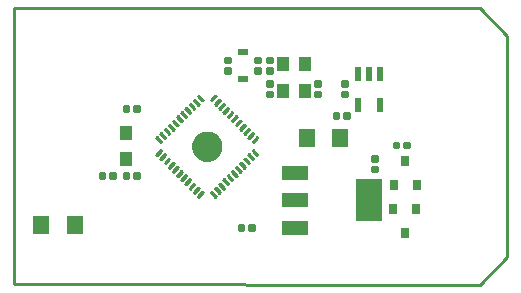
<source format=gbp>
G75*
G70*
%OFA0B0*%
%FSLAX24Y24*%
%IPPOS*%
%LPD*%
%AMOC8*
5,1,8,0,0,1.08239X$1,22.5*
%
%ADD10C,0.0100*%
%ADD11C,0.0125*%
%ADD12R,0.0394X0.0472*%
%ADD13R,0.0217X0.0472*%
%ADD14R,0.0310X0.0350*%
%ADD15R,0.0551X0.0630*%
%ADD16R,0.0413X0.0512*%
%ADD17C,0.0500*%
%ADD18C,0.0087*%
%ADD19R,0.0880X0.0480*%
%ADD20R,0.0866X0.1417*%
%ADD21R,0.0327X0.0248*%
D10*
X001820Y001850D02*
X017340Y001840D01*
X018270Y002770D01*
X018270Y010130D01*
X017350Y011050D01*
X001820Y011050D01*
X001820Y001850D01*
D11*
X004712Y005387D02*
X004838Y005387D01*
X004712Y005387D02*
X004712Y005513D01*
X004838Y005513D01*
X004838Y005387D01*
X004838Y005511D02*
X004712Y005511D01*
X005062Y005387D02*
X005188Y005387D01*
X005062Y005387D02*
X005062Y005513D01*
X005188Y005513D01*
X005188Y005387D01*
X005188Y005511D02*
X005062Y005511D01*
X005512Y005513D02*
X005638Y005513D01*
X005638Y005387D01*
X005512Y005387D01*
X005512Y005513D01*
X005512Y005511D02*
X005638Y005511D01*
X005862Y005513D02*
X005988Y005513D01*
X005988Y005387D01*
X005862Y005387D01*
X005862Y005513D01*
X005862Y005511D02*
X005988Y005511D01*
X005988Y007743D02*
X005862Y007743D01*
X005988Y007743D02*
X005988Y007617D01*
X005862Y007617D01*
X005862Y007743D01*
X005862Y007741D02*
X005988Y007741D01*
X005638Y007743D02*
X005512Y007743D01*
X005638Y007743D02*
X005638Y007617D01*
X005512Y007617D01*
X005512Y007743D01*
X005512Y007741D02*
X005638Y007741D01*
X009013Y008892D02*
X009013Y009018D01*
X009013Y008892D02*
X008887Y008892D01*
X008887Y009018D01*
X009013Y009018D01*
X009013Y009016D02*
X008887Y009016D01*
X009013Y009242D02*
X009013Y009368D01*
X009013Y009242D02*
X008887Y009242D01*
X008887Y009368D01*
X009013Y009368D01*
X009013Y009366D02*
X008887Y009366D01*
X010013Y009368D02*
X010013Y009242D01*
X009887Y009242D01*
X009887Y009368D01*
X010013Y009368D01*
X010013Y009366D02*
X009887Y009366D01*
X010413Y009368D02*
X010413Y009242D01*
X010287Y009242D01*
X010287Y009368D01*
X010413Y009368D01*
X010413Y009366D02*
X010287Y009366D01*
X010413Y009018D02*
X010413Y008892D01*
X010287Y008892D01*
X010287Y009018D01*
X010413Y009018D01*
X010413Y009016D02*
X010287Y009016D01*
X010013Y009018D02*
X010013Y008892D01*
X009887Y008892D01*
X009887Y009018D01*
X010013Y009018D01*
X010013Y009016D02*
X009887Y009016D01*
X010287Y008588D02*
X010287Y008462D01*
X010287Y008588D02*
X010413Y008588D01*
X010413Y008462D01*
X010287Y008462D01*
X010287Y008586D02*
X010413Y008586D01*
X010287Y008238D02*
X010287Y008112D01*
X010287Y008238D02*
X010413Y008238D01*
X010413Y008112D01*
X010287Y008112D01*
X010287Y008236D02*
X010413Y008236D01*
X012013Y008238D02*
X012013Y008112D01*
X011887Y008112D01*
X011887Y008238D01*
X012013Y008238D01*
X012013Y008236D02*
X011887Y008236D01*
X012013Y008462D02*
X012013Y008588D01*
X012013Y008462D02*
X011887Y008462D01*
X011887Y008588D01*
X012013Y008588D01*
X012013Y008586D02*
X011887Y008586D01*
X012913Y008588D02*
X012913Y008462D01*
X012787Y008462D01*
X012787Y008588D01*
X012913Y008588D01*
X012913Y008586D02*
X012787Y008586D01*
X012913Y008238D02*
X012913Y008112D01*
X012787Y008112D01*
X012787Y008238D01*
X012913Y008238D01*
X012913Y008236D02*
X012787Y008236D01*
X012862Y007513D02*
X012988Y007513D01*
X012988Y007387D01*
X012862Y007387D01*
X012862Y007513D01*
X012862Y007511D02*
X012988Y007511D01*
X012638Y007513D02*
X012512Y007513D01*
X012638Y007513D02*
X012638Y007387D01*
X012512Y007387D01*
X012512Y007513D01*
X012512Y007511D02*
X012638Y007511D01*
X014512Y006407D02*
X014638Y006407D01*
X014512Y006407D02*
X014512Y006533D01*
X014638Y006533D01*
X014638Y006407D01*
X014638Y006531D02*
X014512Y006531D01*
X014862Y006407D02*
X014988Y006407D01*
X014862Y006407D02*
X014862Y006533D01*
X014988Y006533D01*
X014988Y006407D01*
X014988Y006531D02*
X014862Y006531D01*
X013913Y006088D02*
X013913Y005962D01*
X013787Y005962D01*
X013787Y006088D01*
X013913Y006088D01*
X013913Y006086D02*
X013787Y006086D01*
X013913Y005738D02*
X013913Y005612D01*
X013787Y005612D01*
X013787Y005738D01*
X013913Y005738D01*
X013913Y005736D02*
X013787Y005736D01*
X009818Y003657D02*
X009692Y003657D01*
X009692Y003783D01*
X009818Y003783D01*
X009818Y003657D01*
X009818Y003781D02*
X009692Y003781D01*
X009468Y003657D02*
X009342Y003657D01*
X009342Y003783D01*
X009468Y003783D01*
X009468Y003657D01*
X009468Y003781D02*
X009342Y003781D01*
D12*
X005550Y006017D03*
X005550Y006883D03*
D13*
X013276Y007838D03*
X014024Y007838D03*
X014024Y008862D03*
X013650Y008862D03*
X013276Y008862D03*
D14*
X014860Y005950D03*
X014480Y005150D03*
X015240Y005150D03*
X015220Y004350D03*
X014460Y004350D03*
X014840Y003550D03*
D15*
X012681Y006730D03*
X011579Y006730D03*
X003841Y003810D03*
X002739Y003810D03*
D16*
X010786Y008297D03*
X011514Y008297D03*
X011514Y009203D03*
X010786Y009203D03*
D17*
X008000Y006450D02*
X008002Y006481D01*
X008008Y006512D01*
X008018Y006542D01*
X008031Y006570D01*
X008048Y006597D01*
X008068Y006621D01*
X008091Y006643D01*
X008116Y006661D01*
X008144Y006676D01*
X008173Y006688D01*
X008203Y006696D01*
X008234Y006700D01*
X008266Y006700D01*
X008297Y006696D01*
X008327Y006688D01*
X008356Y006676D01*
X008384Y006661D01*
X008409Y006643D01*
X008432Y006621D01*
X008452Y006597D01*
X008469Y006570D01*
X008482Y006542D01*
X008492Y006512D01*
X008498Y006481D01*
X008500Y006450D01*
X008498Y006419D01*
X008492Y006388D01*
X008482Y006358D01*
X008469Y006330D01*
X008452Y006303D01*
X008432Y006279D01*
X008409Y006257D01*
X008384Y006239D01*
X008356Y006224D01*
X008327Y006212D01*
X008297Y006204D01*
X008266Y006200D01*
X008234Y006200D01*
X008203Y006204D01*
X008173Y006212D01*
X008144Y006224D01*
X008116Y006239D01*
X008091Y006257D01*
X008068Y006279D01*
X008048Y006303D01*
X008031Y006330D01*
X008018Y006358D01*
X008008Y006388D01*
X008002Y006419D01*
X008000Y006450D01*
D18*
X007264Y007142D02*
X007118Y007288D01*
X007134Y007304D01*
X007280Y007158D01*
X007264Y007142D01*
X007210Y007228D02*
X007178Y007228D01*
X007257Y007427D02*
X007403Y007281D01*
X007257Y007427D02*
X007273Y007443D01*
X007419Y007297D01*
X007403Y007281D01*
X007349Y007367D02*
X007317Y007367D01*
X007396Y007566D02*
X007542Y007420D01*
X007396Y007566D02*
X007412Y007582D01*
X007558Y007436D01*
X007542Y007420D01*
X007488Y007506D02*
X007456Y007506D01*
X007536Y007705D02*
X007682Y007559D01*
X007536Y007705D02*
X007552Y007721D01*
X007698Y007575D01*
X007682Y007559D01*
X007628Y007645D02*
X007596Y007645D01*
X007675Y007844D02*
X007821Y007698D01*
X007675Y007844D02*
X007691Y007860D01*
X007837Y007714D01*
X007821Y007698D01*
X007767Y007784D02*
X007735Y007784D01*
X007814Y007983D02*
X007960Y007837D01*
X007814Y007983D02*
X007830Y007999D01*
X007976Y007853D01*
X007960Y007837D01*
X007906Y007923D02*
X007874Y007923D01*
X007953Y008123D02*
X008099Y007977D01*
X007953Y008123D02*
X007969Y008139D01*
X008115Y007993D01*
X008099Y007977D01*
X008045Y008063D02*
X008013Y008063D01*
X008385Y007993D02*
X008531Y008139D01*
X008547Y008123D01*
X008401Y007977D01*
X008385Y007993D01*
X008455Y008063D02*
X008487Y008063D01*
X008670Y007999D02*
X008524Y007853D01*
X008670Y007999D02*
X008686Y007983D01*
X008540Y007837D01*
X008524Y007853D01*
X008594Y007923D02*
X008626Y007923D01*
X008809Y007860D02*
X008663Y007714D01*
X008809Y007860D02*
X008825Y007844D01*
X008679Y007698D01*
X008663Y007714D01*
X008733Y007784D02*
X008765Y007784D01*
X008948Y007721D02*
X008802Y007575D01*
X008948Y007721D02*
X008964Y007705D01*
X008818Y007559D01*
X008802Y007575D01*
X008872Y007645D02*
X008904Y007645D01*
X009088Y007582D02*
X008942Y007436D01*
X009088Y007582D02*
X009104Y007566D01*
X008958Y007420D01*
X008942Y007436D01*
X009012Y007506D02*
X009044Y007506D01*
X009227Y007443D02*
X009081Y007297D01*
X009227Y007443D02*
X009243Y007427D01*
X009097Y007281D01*
X009081Y007297D01*
X009151Y007367D02*
X009183Y007367D01*
X009366Y007304D02*
X009220Y007158D01*
X009366Y007304D02*
X009382Y007288D01*
X009236Y007142D01*
X009220Y007158D01*
X009290Y007228D02*
X009322Y007228D01*
X009505Y007164D02*
X009359Y007018D01*
X009505Y007164D02*
X009521Y007148D01*
X009375Y007002D01*
X009359Y007018D01*
X009429Y007088D02*
X009461Y007088D01*
X009644Y007025D02*
X009498Y006879D01*
X009644Y007025D02*
X009660Y007009D01*
X009514Y006863D01*
X009498Y006879D01*
X009568Y006949D02*
X009600Y006949D01*
X009784Y006886D02*
X009638Y006740D01*
X009784Y006886D02*
X009800Y006870D01*
X009654Y006724D01*
X009638Y006740D01*
X009708Y006810D02*
X009740Y006810D01*
X009923Y006747D02*
X009777Y006601D01*
X009923Y006747D02*
X009939Y006731D01*
X009793Y006585D01*
X009777Y006601D01*
X009847Y006671D02*
X009879Y006671D01*
X009793Y006315D02*
X009939Y006169D01*
X009923Y006153D01*
X009777Y006299D01*
X009793Y006315D01*
X009837Y006239D02*
X009869Y006239D01*
X009800Y006030D02*
X009654Y006176D01*
X009800Y006030D02*
X009784Y006014D01*
X009638Y006160D01*
X009654Y006176D01*
X009698Y006100D02*
X009730Y006100D01*
X009660Y005891D02*
X009514Y006037D01*
X009660Y005891D02*
X009644Y005875D01*
X009498Y006021D01*
X009514Y006037D01*
X009558Y005961D02*
X009590Y005961D01*
X009521Y005752D02*
X009375Y005898D01*
X009521Y005752D02*
X009505Y005736D01*
X009359Y005882D01*
X009375Y005898D01*
X009419Y005822D02*
X009451Y005822D01*
X009382Y005612D02*
X009236Y005758D01*
X009382Y005612D02*
X009366Y005596D01*
X009220Y005742D01*
X009236Y005758D01*
X009280Y005682D02*
X009312Y005682D01*
X009243Y005473D02*
X009097Y005619D01*
X009243Y005473D02*
X009227Y005457D01*
X009081Y005603D01*
X009097Y005619D01*
X009141Y005543D02*
X009173Y005543D01*
X009104Y005334D02*
X008958Y005480D01*
X009104Y005334D02*
X009088Y005318D01*
X008942Y005464D01*
X008958Y005480D01*
X009002Y005404D02*
X009034Y005404D01*
X008964Y005195D02*
X008818Y005341D01*
X008964Y005195D02*
X008948Y005179D01*
X008802Y005325D01*
X008818Y005341D01*
X008862Y005265D02*
X008894Y005265D01*
X008825Y005056D02*
X008679Y005202D01*
X008825Y005056D02*
X008809Y005040D01*
X008663Y005186D01*
X008679Y005202D01*
X008723Y005126D02*
X008755Y005126D01*
X008686Y004916D02*
X008540Y005062D01*
X008686Y004916D02*
X008670Y004900D01*
X008524Y005046D01*
X008540Y005062D01*
X008584Y004986D02*
X008616Y004986D01*
X008547Y004777D02*
X008401Y004923D01*
X008547Y004777D02*
X008531Y004761D01*
X008385Y004907D01*
X008401Y004923D01*
X008445Y004847D02*
X008477Y004847D01*
X008115Y004907D02*
X007969Y004761D01*
X007953Y004777D01*
X008099Y004923D01*
X008115Y004907D01*
X008055Y004847D02*
X008023Y004847D01*
X007830Y004900D02*
X007976Y005046D01*
X007830Y004900D02*
X007814Y004916D01*
X007960Y005062D01*
X007976Y005046D01*
X007916Y004986D02*
X007884Y004986D01*
X007691Y005040D02*
X007837Y005186D01*
X007691Y005040D02*
X007675Y005056D01*
X007821Y005202D01*
X007837Y005186D01*
X007777Y005126D02*
X007745Y005126D01*
X007552Y005179D02*
X007698Y005325D01*
X007552Y005179D02*
X007536Y005195D01*
X007682Y005341D01*
X007698Y005325D01*
X007638Y005265D02*
X007606Y005265D01*
X007412Y005318D02*
X007558Y005464D01*
X007412Y005318D02*
X007396Y005334D01*
X007542Y005480D01*
X007558Y005464D01*
X007498Y005404D02*
X007466Y005404D01*
X007273Y005457D02*
X007419Y005603D01*
X007273Y005457D02*
X007257Y005473D01*
X007403Y005619D01*
X007419Y005603D01*
X007359Y005543D02*
X007327Y005543D01*
X007134Y005596D02*
X007280Y005742D01*
X007134Y005596D02*
X007118Y005612D01*
X007264Y005758D01*
X007280Y005742D01*
X007220Y005682D02*
X007188Y005682D01*
X006995Y005736D02*
X007141Y005882D01*
X006995Y005736D02*
X006979Y005752D01*
X007125Y005898D01*
X007141Y005882D01*
X007081Y005822D02*
X007049Y005822D01*
X006856Y005875D02*
X007002Y006021D01*
X006856Y005875D02*
X006840Y005891D01*
X006986Y006037D01*
X007002Y006021D01*
X006942Y005961D02*
X006910Y005961D01*
X006717Y006014D02*
X006863Y006160D01*
X006717Y006014D02*
X006701Y006030D01*
X006847Y006176D01*
X006863Y006160D01*
X006803Y006100D02*
X006771Y006100D01*
X006577Y006153D02*
X006723Y006299D01*
X006577Y006153D02*
X006561Y006169D01*
X006707Y006315D01*
X006723Y006299D01*
X006663Y006239D02*
X006631Y006239D01*
X006707Y006585D02*
X006561Y006731D01*
X006577Y006747D01*
X006723Y006601D01*
X006707Y006585D01*
X006653Y006671D02*
X006621Y006671D01*
X006701Y006870D02*
X006847Y006724D01*
X006701Y006870D02*
X006717Y006886D01*
X006863Y006740D01*
X006847Y006724D01*
X006793Y006810D02*
X006761Y006810D01*
X006840Y007009D02*
X006986Y006863D01*
X006840Y007009D02*
X006856Y007025D01*
X007002Y006879D01*
X006986Y006863D01*
X006932Y006949D02*
X006900Y006949D01*
X006979Y007148D02*
X007125Y007002D01*
X006979Y007148D02*
X006995Y007164D01*
X007141Y007018D01*
X007125Y007002D01*
X007071Y007088D02*
X007039Y007088D01*
D19*
X011200Y005560D03*
X011200Y004650D03*
X011200Y003740D03*
D20*
X013640Y004650D03*
D21*
X009450Y008677D03*
X009450Y009583D03*
M02*

</source>
